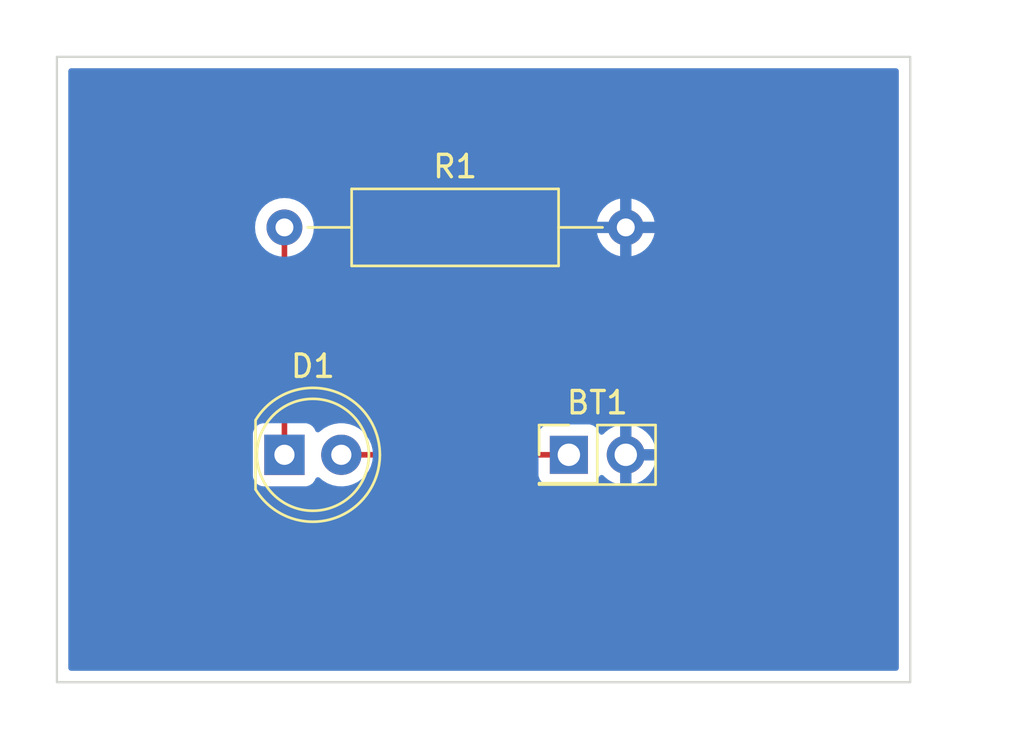
<source format=kicad_pcb>
(kicad_pcb (version 20211014) (generator pcbnew)
  (layers (0 "F.Cu" signal) (31 "B.Cu" signal) (34 "B.Paste" user) (35 "F.Paste" user) (36 "B.SilkS" user "B.Silkscreen") (37 "F.SilkS" user "F.Silkscreen") (38 "B.Mask" user) (39 "F.Mask" user) (44 "Edge.Cuts" user))
  (net 0 "")
  (net 1 "Net-(BT1-Pad1)")
  (net 2 "/GND")
  (net 3 "Net-(D1-Pad1)")
  (footprint "Resistor_THT:R_Axial_DIN0309_L9.0mm_D3.2mm_P15.24mm_Horizontal" (layer "F.Cu") (at 119.38 86.36)
    (fp_text reference "R1" (at 7.62 -2.72) (layer "F.SilkS"))
    (fp_text value "470")
    (fp_line (start 3 1.72) (end 12.24 1.72) (layer "F.SilkS") (width 0.12))
    (fp_line (start 3 -1.72) (end 3 1.72) (layer "F.SilkS") (width 0.12))
    (fp_line (start 12.24 1.72) (end 12.24 -1.72) (layer "F.SilkS") (width 0.12))
    (fp_line (start 14.2 0) (end 12.24 0) (layer "F.SilkS") (width 0.12))
    (fp_line (start 12.24 -1.72) (end 3 -1.72) (layer "F.SilkS") (width 0.12))
    (fp_line (start 1.04 0) (end 3 0) (layer "F.SilkS") (width 0.12))
    (pad "1" thru_hole circle (at 0 0) (size 1.6 1.6) (drill 0.8) (layers *.Cu *.Mask) (net 3 "Net-(D1-Pad1)"))
    (pad "2" thru_hole oval (at 15.24 0) (size 1.6 1.6) (drill 0.8) (layers *.Cu *.Mask) (net 2 "/GND"))
  )
  (footprint "Connector_PinHeader_2.54mm:PinHeader_2x01_P2.54mm_Vertical" (layer "F.Cu") (at 132.08 96.52)
    (fp_text reference "BT1" (at 1.27 -2.33) (layer "F.SilkS"))
    (fp_text value "5V")
    (fp_line (start -1.33 1.27) (end -1.33 1.33) (layer "F.SilkS") (width 0.12))
    (fp_line (start 1.27 -1.33) (end 3.87 -1.33) (layer "F.SilkS") (width 0.12))
    (fp_line (start -1.33 0) (end -1.33 -1.33) (layer "F.SilkS") (width 0.12))
    (fp_line (start -1.33 1.27) (end 1.27 1.27) (layer "F.SilkS") (width 0.12))
    (fp_line (start 1.27 1.27) (end 1.27 -1.33) (layer "F.SilkS") (width 0.12))
    (fp_line (start -1.33 -1.33) (end 0 -1.33) (layer "F.SilkS") (width 0.12))
    (fp_line (start -1.33 1.33) (end 3.87 1.33) (layer "F.SilkS") (width 0.12))
    (fp_line (start 3.87 -1.33) (end 3.87 1.33) (layer "F.SilkS") (width 0.12))
    (pad "1" thru_hole rect (at 0 0) (size 1.7 1.7) (drill 1) (layers *.Cu *.Mask) (net 1 "Net-(BT1-Pad1)"))
    (pad "2" thru_hole oval (at 2.54 0) (size 1.7 1.7) (drill 1) (layers *.Cu *.Mask) (net 2 "/GND"))
  )
  (footprint "LED_THT:LED_D5.0mm" (layer "F.Cu") (at 119.38 96.52)
    (fp_text reference "D1" (at 1.27 -3.96) (layer "F.SilkS"))
    (fp_text value "LED GRN")
    (fp_line (start -1.29 -1.545) (end -1.29 1.545) (layer "F.SilkS") (width 0.12))
    (fp_arc (start 4.26 -0.000462) (mid 2.072002 2.880433) (end -1.29 1.54483) (layer "F.SilkS") (width 0.12))
    (fp_arc (start -1.29 -1.54483) (mid 2.072002 -2.880433) (end 4.26 0.000462) (layer "F.SilkS") (width 0.12))
    (fp_circle (center 1.27 0) (end 3.77 0) (layer "F.SilkS") (width 0.12) (fill none))
    (pad "1" thru_hole rect (at 0 0) (size 1.8 1.8) (drill 0.9) (layers *.Cu *.Mask) (net 3 "Net-(D1-Pad1)"))
    (pad "2" thru_hole circle (at 2.54 0) (size 1.8 1.8) (drill 0.9) (layers *.Cu *.Mask) (net 1 "Net-(BT1-Pad1)"))
  )
  (gr_rect (start 109.22 78.74) (end 147.32 106.68) (layer "Edge.Cuts") (width 0.1) (fill none))
  (segment (start 121.92 96.52) (end 132.08 96.52) (width 0.25) (layer "F.Cu") (net 1))
  (segment (start 119.38 86.36) (end 119.38 96.52) (width 0.25) (layer "F.Cu") (net 3))
  (zone (net 2) (net_name "/GND") (layer "B.Cu") (connect_pads (clearance 0.508)) (min_thickness 0.254) (fill yes (thermal_gap 0.508) (thermal_bridge_width 0.508))
    (polygon (pts (xy 152.4 109.22) (xy 106.68 109.22) (xy 106.68 76.2) (xy 152.4 76.2)))
  )
)
</source>
